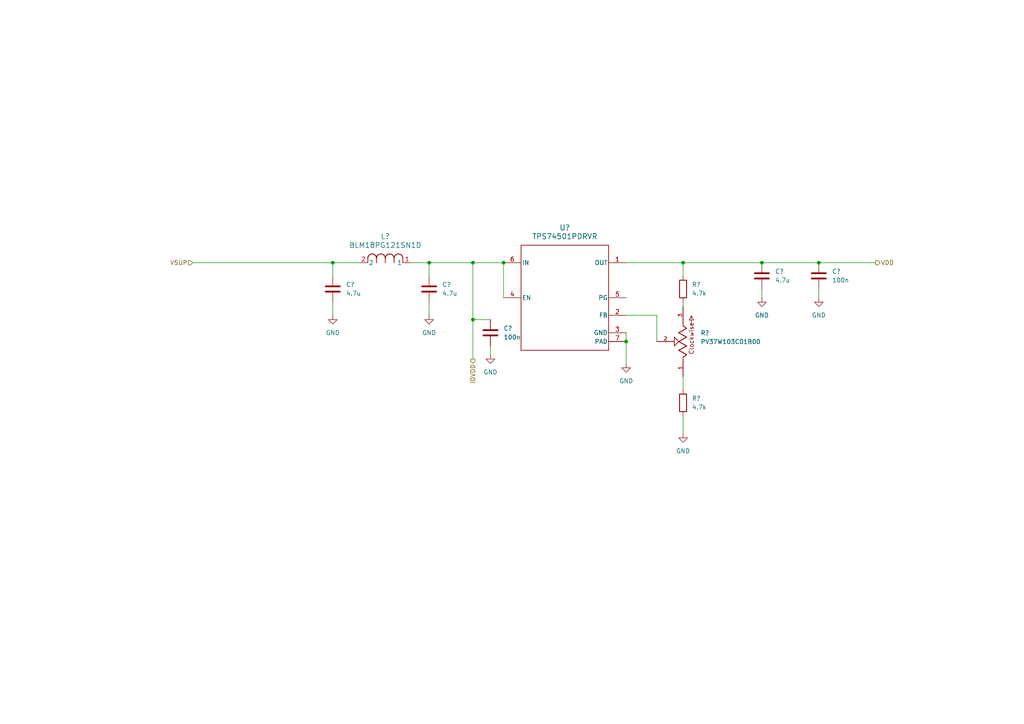
<source format=kicad_sch>
(kicad_sch (version 20231120) (generator "eeschema") (generator_version "8.0")
  (paper "A4")
  (lib_symbols
    (symbol "2024-09-16_06-39-17:BLM18PG121SN1D" (pin_names (offset 0.254))
      (property "Reference" "L" (at 6.985 5.08 0))
      (property "Value" "BLM18PG121SN1D" (at 6.985 -2.54 0))
      (symbol "BLM18PG121SN1D_1_1"
        (polyline (pts (xy 2.54 0) (xy 2.54 1.27)) (stroke (width 0.2032)))
        (polyline (pts (xy 5.08 0) (xy 5.08 1.27)) (stroke (width 0.2032)))
        (polyline (pts (xy 7.62 0) (xy 7.62 1.27)) (stroke (width 0.2032)))
        (polyline (pts (xy 10.16 0) (xy 10.16 1.27)) (stroke (width 0.2032)))
        (polyline (pts (xy 12.7 0) (xy 12.7 1.27)) (stroke (width 0.2032)))
        (arc (start 5.08 1.27) (mid 3.81 2.5344) (end 2.54 1.27) (stroke (width 0.254)))
        (arc (start 7.62 1.27) (mid 6.35 2.5344) (end 5.08 1.27) (stroke (width 0.254)))
        (arc (start 10.16 1.27) (mid 8.89 2.5344) (end 7.62 1.27) (stroke (width 0.254)))
        (arc (start 12.7 1.27) (mid 11.43 2.5344) (end 10.16 1.27) (stroke (width 0.254)))
        (pin unspecified line (at 15.24 0 180) (length 2.54) (name "1") (number "1"))
        (pin unspecified line (at 0 0 0) (length 2.54) (name "2") (number "2"))
      )
      (symbol "BLM18PG121SN1D_1_2"
        (arc (start -1.27 5.08) (mid -2.5344 3.81) (end -1.27 2.54) (stroke (width 0.254)))
        (arc (start -1.27 7.62) (mid -2.5344 6.35) (end -1.27 5.08) (stroke (width 0.254)))
        (arc (start -1.27 10.16) (mid -2.5344 8.89) (end -1.27 7.62) (stroke (width 0.254)))
        (arc (start -1.27 12.7) (mid -2.5344 11.43) (end -1.27 10.16) (stroke (width 0.254)))
        (polyline (pts (xy 0 2.54) (xy -1.27 2.54)) (stroke (width 0.2032)))
        (polyline (pts (xy 0 5.08) (xy -1.27 5.08)) (stroke (width 0.2032)))
        (polyline (pts (xy 0 7.62) (xy -1.27 7.62)) (stroke (width 0.2032)))
        (polyline (pts (xy 0 10.16) (xy -1.27 10.16)) (stroke (width 0.2032)))
        (polyline (pts (xy 0 12.7) (xy -1.27 12.7)) (stroke (width 0.2032)))
        (pin unspecified line (at 0 15.24 270) (length 2.54) (name "1") (number "1"))
        (pin unspecified line (at 0 0 90) (length 2.54) (name "2") (number "2"))
      )
    )
    (symbol "Device:C" (pin_numbers hide) (pin_names (offset 0.254))
      (property "Reference" "C" (at 0.635 2.54 0))
      (property "Value" "C" (at 0.635 -2.54 0))
      (symbol "C_0_1"
        (polyline (pts (xy -2.032 -0.762) (xy 2.032 -0.762)) (stroke (width 0.508)))
        (polyline (pts (xy -2.032 0.762) (xy 2.032 0.762)) (stroke (width 0.508)))
      )
      (symbol "C_1_1"
        (pin passive line (at 0 3.81 270) (length 2.794) (name "~") (number "1"))
        (pin passive line (at 0 -3.81 90) (length 2.794) (name "~") (number "2"))
      )
    )
    (symbol "Device:R" (pin_numbers hide) (pin_names (offset 0))
      (property "Reference" "R" (at 2.032 0 90))
      (property "Value" "R" (at 0 0 90))
      (symbol "R_0_1"
        (rectangle (start -1.016 -2.54) (end 1.016 2.54) (stroke (width 0.254)))
      )
      (symbol "R_1_1"
        (pin passive line (at 0 3.81 270) (length 1.27) (name "~") (number "1"))
        (pin passive line (at 0 -3.81 90) (length 1.27) (name "~") (number "2"))
      )
    )
    (symbol "TPS745_LDO:TPS74501PDRVR" (pin_names (offset 0.254))
      (property "Reference" "U" (at 0 2.54 0))
      (property "Value" "TPS74501PDRVR" (at 0 0 0))
      (symbol "TPS74501PDRVR_0_1"
        (polyline (pts (xy -12.7 -15.24) (xy 12.7 -15.24)) (stroke (width 0.2032)))
        (polyline (pts (xy -12.7 15.24) (xy -12.7 -15.24)) (stroke (width 0.2032)))
        (polyline (pts (xy 12.7 -15.24) (xy 12.7 15.24)) (stroke (width 0.2032)))
        (polyline (pts (xy 12.7 15.24) (xy -12.7 15.24)) (stroke (width 0.2032)))
        (pin power_in line (at 17.78 10.16 180) (length 5.08) (name "OUT") (number "1"))
        (pin input line (at 17.78 -5.08 180) (length 5.08) (name "FB") (number "2"))
        (pin power_in line (at 17.78 -10.16 180) (length 5.08) (name "GND") (number "3"))
        (pin input line (at -17.78 0 0) (length 5.08) (name "EN") (number "4"))
        (pin open_collector line (at 17.78 0 180) (length 5.08) (name "PG") (number "5"))
        (pin power_in line (at -17.78 10.16 0) (length 5.08) (name "IN") (number "6"))
        (pin power_in line (at 17.78 -12.7 180) (length 5.08) (name "PAD") (number "7"))
      )
    )
    (symbol "pot_10turn:PV37W103C01B00" (pin_names (offset 1.016))
      (property "Reference" "R" (at -10.6887 7.6348 0))
      (property "Value" "PV37W103C01B00" (at -10.6887 -5.5953 0))
      (symbol "PV37W103C01B00_0_0"
        (polyline (pts (xy -4.572 0) (xy -5.08 0)) (stroke (width 0.1524)))
        (polyline (pts (xy -3.81 -1.016) (xy -4.572 0)) (stroke (width 0.254)))
        (polyline (pts (xy -2.54 1.27) (xy -3.81 -1.016)) (stroke (width 0.254)))
        (polyline (pts (xy -1.27 -1.016) (xy -2.54 1.27)) (stroke (width 0.254)))
        (polyline (pts (xy -1.27 2.54) (xy 1.27 2.54)) (stroke (width 0.2032)))
        (polyline (pts (xy 0 1.27) (xy -1.27 -1.016)) (stroke (width 0.254)))
        (polyline (pts (xy 0 1.27) (xy -1.27 2.54)) (stroke (width 0.2032)))
        (polyline (pts (xy 1.27 -1.016) (xy 0 1.27)) (stroke (width 0.254)))
        (polyline (pts (xy 1.27 2.54) (xy 0 1.27)) (stroke (width 0.2032)))
        (polyline (pts (xy 2.54 1.27) (xy 1.27 -1.016)) (stroke (width 0.254)))
        (polyline (pts (xy 3.81 -1.016) (xy 2.54 1.27)) (stroke (width 0.254)))
        (polyline (pts (xy 4.572 0) (xy 3.81 -1.016)) (stroke (width 0.254)))
        (polyline (pts (xy 4.953 -2.413) (xy 7.493 -2.413)) (stroke (width 0.1524)))
        (polyline (pts (xy 5.08 0) (xy 4.572 0)) (stroke (width 0.1524)))
        (polyline (pts (xy 6.223 -3.048) (xy 6.223 -1.778)) (stroke (width 0.1524)))
        (polyline (pts (xy 6.223 -1.778) (xy 7.493 -2.413)) (stroke (width 0.1524)))
        (polyline (pts (xy 7.493 -2.413) (xy 6.223 -3.048)) (stroke (width 0.1524)))
        (text "Clockwise" (at -3.81 -3.175 0) (effects (font (size 1.27 1.27)) (justify left bottom)))
        (pin passive line (at -10.16 0 0) (length 5.08) (name "~") (number "1"))
        (pin passive line (at 0 7.62 270) (length 5.08) (name "~") (number "2"))
        (pin passive line (at 10.16 0 180) (length 5.08) (name "~") (number "3"))
      )
    )
    (symbol "power:GND" (power) (pin_numbers hide) (pin_names (offset 0) hide)
      (property "Value" "GND" (at 0 -3.81 0))
      (symbol "GND_0_1"
        (polyline (pts (xy 0 0) (xy 0 -1.27) (xy 1.27 -1.27) (xy 0 -2.54) (xy -1.27 -1.27) (xy 0 -1.27)))
      )
      (symbol "GND_1_1"
        (pin power_in line (at 0 0 270) (length 0) (name "~") (number "1"))
      )
    )
  )
  (junction (at 181.61 99.06))
  (junction (at 124.46 76.2))
  (junction (at 220.98 76.2))
  (junction (at 237.49 76.2))
  (junction (at 146.05 76.2))
  (junction (at 137.16 92.71))
  (junction (at 198.12 76.2))
  (junction (at 96.52 76.2))
  (junction (at 137.16 76.2))
  (wire (pts (xy 137.16 92.71) (xy 142.24 92.71)))
  (wire (pts (xy 198.12 120.65) (xy 198.12 125.73)))
  (wire (pts (xy 142.24 100.33) (xy 142.24 102.87)))
  (wire (pts (xy 55.88 76.2) (xy 96.52 76.2)))
  (wire (pts (xy 198.12 76.2) (xy 198.12 80.01)))
  (wire (pts (xy 119.38 76.2) (xy 124.46 76.2)))
  (wire (pts (xy 146.05 76.2) (xy 146.05 86.36)))
  (wire (pts (xy 198.12 76.2) (xy 220.98 76.2)))
  (wire (pts (xy 190.5 91.44) (xy 181.61 91.44)))
  (wire (pts (xy 137.16 76.2) (xy 146.05 76.2)))
  (wire (pts (xy 124.46 76.2) (xy 137.16 76.2)))
  (wire (pts (xy 96.52 76.2) (xy 104.14 76.2)))
  (wire (pts (xy 237.49 83.82) (xy 237.49 86.36)))
  (wire (pts (xy 124.46 76.2) (xy 124.46 80.01)))
  (wire (pts (xy 190.5 99.06) (xy 190.5 91.44)))
  (wire (pts (xy 181.61 96.52) (xy 181.61 99.06)))
  (wire (pts (xy 220.98 83.82) (xy 220.98 86.36)))
  (wire (pts (xy 181.61 76.2) (xy 198.12 76.2)))
  (wire (pts (xy 124.46 87.63) (xy 124.46 91.44)))
  (wire (pts (xy 137.16 76.2) (xy 137.16 92.71)))
  (wire (pts (xy 96.52 87.63) (xy 96.52 91.44)))
  (wire (pts (xy 237.49 76.2) (xy 254 76.2)))
  (wire (pts (xy 198.12 109.22) (xy 198.12 113.03)))
  (wire (pts (xy 198.12 87.63) (xy 198.12 88.9)))
  (wire (pts (xy 96.52 76.2) (xy 96.52 80.01)))
  (wire (pts (xy 220.98 76.2) (xy 237.49 76.2)))
  (wire (pts (xy 137.16 92.71) (xy 137.16 104.14)))
  (wire (pts (xy 181.61 99.06) (xy 181.61 105.41)))
  (hierarchical_label "VSUP" (shape input) (at 55.88 76.2 180))
  (hierarchical_label "VDD" (shape output) (at 254 76.2 0))
  (hierarchical_label "IOVDD" (shape output) (at 137.16 104.14 270))
  (symbol (lib_id "pot_10turn:PV37W103C01B00") (at 198.12 99.06 90) (unit 1)
    (property "Reference" "R?" (at 203.2 96.5834 90) (effects (justify right)))
    (property "Value" "PV37W103C01B00" (at 203.2 99.1234 90) (effects (justify right)))
    (property "Footprint" "PV37W103C01B00:TRIM_PV37W103C01B00" (effects (hide yes)))
    (property "PARTREV" "08/19" (effects (hide yes)))
    (property "STANDARD" "Manufacturer recommendations" (effects (hide yes)))
    (property "MAXIMUM_PACKAGE_HEIGHT" "7.75 mm" (effects (hide yes)))
    (property "MANUFACTURER" "Bourns" (effects (hide yes)))
    (property "Sim.Device" "R" (effects (hide yes)))
    (property "Sim.Type" "POT" (effects (hide yes)))
    (property "Sim.Pins" "1=r0 2=wiper 3=r1" (effects (hide yes)))
    (property "Sim.Params" "r=10k pos=0.5" (effects (hide yes)))
  )
  (symbol (lib_id "Device:C") (at 124.46 83.82 0) (unit 1)
    (property "Reference" "C?" (at 128.27 82.5499 0) (effects (justify left)))
    (property "Value" "4.7u" (at 128.27 85.0899 0) (effects (justify left)))
    (property "Footprint" "Capacitor_SMD:C_0603_1608Metric" (effects (hide yes)))
    (property "Description" "Unpolarized capacitor" (effects (hide yes)))
  )
  (symbol (lib_id "Device:C") (at 96.52 83.82 0) (unit 1)
    (property "Reference" "C?" (at 100.33 82.5499 0) (effects (justify left)))
    (property "Value" "4.7u" (at 100.33 85.0899 0) (effects (justify left)))
    (property "Footprint" "Capacitor_SMD:C_0603_1608Metric" (effects (hide yes)))
    (property "Description" "Unpolarized capacitor" (effects (hide yes)))
  )
  (symbol (lib_id "Device:C") (at 142.24 96.52 0) (unit 1)
    (property "Reference" "C?" (at 146.05 95.2499 0) (effects (justify left)))
    (property "Value" "100n" (at 146.05 97.7899 0) (effects (justify left)))
    (property "Footprint" "Capacitor_SMD:C_0402_1005Metric" (effects (hide yes)))
    (property "Description" "Unpolarized capacitor" (effects (hide yes)))
  )
  (symbol (lib_id "power:GND") (at 124.46 91.44 0) (unit 1)
    (property "Reference" "#PWR?" (effects (hide yes)))
    (property "Value" "GND" (at 124.46 96.52 0))
    (property "Description" "Power symbol creates a global label with name \"GND\" , ground" (effects (hide yes)))
  )
  (symbol (lib_id "2024-09-16_06-39-17:BLM18PG121SN1D") (at 104.14 76.2 0) (unit 1)
    (property "Reference" "L?" (at 111.76 68.58 0) (effects (font (size 1.524 1.524))))
    (property "Value" "BLM18PG121SN1D" (at 111.76 71.12 0) (effects (font (size 1.524 1.524))))
    (property "Footprint" "IND_BLM18_0603_MUR" (effects (hide yes)))
    (property "Datasheet" "BLM18PG121SN1D" (effects (hide yes)))
    (property "Sim.Library" "/home/maxwell/github-repos/sp-24-EE628/6_Test/2_PCB/test_board_1/TestBoardEDA/models/BLM18PG121SN1.mod" (effects (hide yes)))
    (property "Sim.Name" "BLM18PG121SN1" (effects (hide yes)))
    (property "Sim.Device" "SUBCKT" (effects (hide yes)))
    (property "Sim.Pins" "1=port1 2=port2" (effects (hide yes)))
  )
  (symbol (lib_id "Device:R") (at 198.12 83.82 0) (unit 1)
    (property "Reference" "R?" (at 200.66 82.5499 0) (effects (justify left)))
    (property "Value" "4.7k" (at 200.66 85.0899 0) (effects (justify left)))
    (property "Description" "Resistor" (effects (hide yes)))
  )
  (symbol (lib_id "power:GND") (at 142.24 102.87 0) (unit 1)
    (property "Reference" "#PWR?" (effects (hide yes)))
    (property "Value" "GND" (at 142.24 107.95 0))
    (property "Description" "Power symbol creates a global label with name \"GND\" , ground" (effects (hide yes)))
  )
  (symbol (lib_id "Device:C") (at 237.49 80.01 0) (unit 1)
    (property "Reference" "C?" (at 241.3 78.7399 0) (effects (justify left)))
    (property "Value" "100n" (at 241.3 81.2799 0) (effects (justify left)))
    (property "Footprint" "Capacitor_SMD:C_0402_1005Metric" (effects (hide yes)))
    (property "Description" "Unpolarized capacitor" (effects (hide yes)))
  )
  (symbol (lib_id "power:GND") (at 96.52 91.44 0) (unit 1)
    (property "Reference" "#PWR?" (effects (hide yes)))
    (property "Value" "GND" (at 96.52 96.52 0))
    (property "Description" "Power symbol creates a global label with name \"GND\" , ground" (effects (hide yes)))
  )
  (symbol (lib_id "power:GND") (at 181.61 105.41 0) (unit 1)
    (property "Reference" "#PWR?" (effects (hide yes)))
    (property "Value" "GND" (at 181.61 110.49 0))
    (property "Description" "Power symbol creates a global label with name \"GND\" , ground" (effects (hide yes)))
  )
  (symbol (lib_id "TPS745_LDO:TPS74501PDRVR") (at 163.83 86.36 0) (unit 1)
    (property "Reference" "U?" (at 163.83 66.04 0) (effects (font (size 1.524 1.524))))
    (property "Value" "TPS74501PDRVR" (at 163.83 68.58 0) (effects (font (size 1.524 1.524))))
    (property "Footprint" "DRV0006A" (effects (hide yes)))
    (property "Datasheet" "TPS74501PDRVR" (effects (hide yes)))
    (property "Sim.Library" "/home/maxwell/github-repos/sp-24-EE628/6_Test/2_PCB/test_board_1/TestBoardEDA/models/TPS74501P_TRANS.lib" (effects (hide yes)))
    (property "Sim.Name" "TPS74501P_TRANS" (effects (hide yes)))
    (property "Sim.Device" "SUBCKT" (effects (hide yes)))
    (property "Sim.Pins" "1=VOUT 2=FB 3=GND 4=EN 5=PG 6=VIN" (effects (hide yes)))
  )
  (symbol (lib_id "power:GND") (at 198.12 125.73 0) (unit 1)
    (property "Reference" "#PWR?" (effects (hide yes)))
    (property "Value" "GND" (at 198.12 130.81 0))
    (property "Description" "Power symbol creates a global label with name \"GND\" , ground" (effects (hide yes)))
  )
  (symbol (lib_id "Device:C") (at 220.98 80.01 0) (unit 1)
    (property "Reference" "C?" (at 224.79 78.7399 0) (effects (justify left)))
    (property "Value" "4.7u" (at 224.79 81.2799 0) (effects (justify left)))
    (property "Footprint" "Capacitor_SMD:C_0603_1608Metric" (effects (hide yes)))
    (property "Description" "Unpolarized capacitor" (effects (hide yes)))
  )
  (symbol (lib_id "Device:R") (at 198.12 116.84 0) (unit 1)
    (property "Reference" "R?" (at 200.66 115.5699 0) (effects (justify left)))
    (property "Value" "4.7k" (at 200.66 118.1099 0) (effects (justify left)))
    (property "Description" "Resistor" (effects (hide yes)))
  )
  (symbol (lib_id "power:GND") (at 220.98 86.36 0) (unit 1)
    (property "Reference" "#PWR?" (effects (hide yes)))
    (property "Value" "GND" (at 220.98 91.44 0))
    (property "Description" "Power symbol creates a global label with name \"GND\" , ground" (effects (hide yes)))
  )
  (symbol (lib_id "power:GND") (at 237.49 86.36 0) (unit 1)
    (property "Reference" "#PWR?" (effects (hide yes)))
    (property "Value" "GND" (at 237.49 91.44 0))
    (property "Description" "Power symbol creates a global label with name \"GND\" , ground" (effects (hide yes)))
  )
)
</source>
